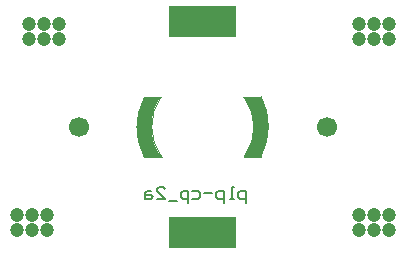
<source format=gbs>
G04*
G04 #@! TF.GenerationSoftware,Altium Limited,Altium Designer,20.1.8 (145)*
G04*
G04 Layer_Color=16711935*
%FSTAX43Y43*%
%MOMM*%
G71*
G04*
G04 #@! TF.SameCoordinates,E683AD83-98AB-4380-AA0D-37E4A2E561CE*
G04*
G04*
G04 #@! TF.FilePolarity,Negative*
G04*
G01*
G75*
%ADD12C,0.100*%
%ADD13C,0.200*%
%ADD25C,1.200*%
%ADD26C,1.700*%
G36*
X0108274Y0105204D02*
X0102574D01*
Y0107804D01*
X0102574Y0107804D01*
X0108274D01*
Y0105204D01*
D02*
G37*
G36*
X0108877Y0100101D02*
X010887D01*
X0108875Y0100104D01*
X0108877Y0100101D01*
D02*
G37*
G36*
X0101692Y0099734D02*
X0101443Y0099228D01*
X0101262Y0098694D01*
X0101152Y0098141D01*
X0101115Y0097579D01*
X0101152Y0097017D01*
X0101262Y0096464D01*
X0101443Y009593D01*
X0101692Y0095424D01*
X0101971Y0095007D01*
X0100499D01*
X0100486Y009501D01*
X0100288Y0095412D01*
X0100056Y0096095D01*
X0099915Y0096802D01*
X0099868Y0097521D01*
X0099915Y0098241D01*
X0100056Y0098948D01*
X0100288Y009963D01*
X0100507Y0100075D01*
X0100508Y0100074D01*
Y0100079D01*
X0101923Y010008D01*
X0101692Y0099734D01*
D02*
G37*
G36*
X0110362Y0100098D02*
X011056Y0099696D01*
X0110792Y0099013D01*
X0110933Y0098306D01*
X011098Y0097587D01*
X0110933Y0096867D01*
X0110792Y009616D01*
X011056Y0095478D01*
X0110341Y0095033D01*
X011034Y0095034D01*
Y0095029D01*
X0108925Y0095028D01*
X0109156Y0095374D01*
X0109405Y009588D01*
X0109586Y0096414D01*
X0109696Y0096967D01*
X0109733Y0097529D01*
X0109696Y0098091D01*
X0109586Y0098644D01*
X0109405Y0099178D01*
X0109156Y0099684D01*
X0108877Y0100101D01*
X0110349D01*
X0110362Y0100098D01*
D02*
G37*
G36*
X0101973Y0095004D02*
X0101971Y0095007D01*
X0101978D01*
X0101973Y0095004D01*
D02*
G37*
G36*
X0108299Y0087304D02*
X0102599D01*
Y0089904D01*
X0102599Y0089904D01*
X0108299D01*
Y0087304D01*
D02*
G37*
D12*
X0101925Y0100078D02*
G03*
X0101978Y0095007I0003499J-0002499D01*
G01*
X0100508Y0100074D02*
G03*
X0100486Y009501I0004872J-0002553D01*
G01*
X0108983Y0095039D02*
G03*
X010893Y010011I-0003499J0002499D01*
G01*
X0110383Y009504D02*
G03*
X0110409Y010011I-0004868J000256D01*
G01*
X0100499Y0095007D02*
X0101978D01*
X0100508Y0100079D02*
X0101924D01*
X0108978Y0095034D02*
X0110394D01*
X010893Y010011D02*
X0110409D01*
D13*
X0109074Y0091096D02*
Y0092095D01*
X0108574D01*
X0108408Y0091929D01*
Y0091596D01*
X0108574Y0091429D01*
X0109074D01*
X0108074D02*
X0107741D01*
X0107908D01*
Y0092429D01*
X0108074D01*
X0107241Y0091096D02*
Y0092095D01*
X0106741D01*
X0106575Y0091929D01*
Y0091596D01*
X0106741Y0091429D01*
X0107241D01*
X0106242Y0091929D02*
X0105575D01*
X0104575Y0092095D02*
X0105075D01*
X0105242Y0091929D01*
Y0091596D01*
X0105075Y0091429D01*
X0104575D01*
X0104242Y0091096D02*
Y0092095D01*
X0103742D01*
X0103576Y0091929D01*
Y0091596D01*
X0103742Y0091429D01*
X0104242D01*
X0103243Y0091262D02*
X0102576D01*
X0101576Y0091429D02*
X0102243D01*
X0101576Y0092095D01*
Y0092262D01*
X0101743Y0092429D01*
X0102076D01*
X0102243Y0092262D01*
X0101077Y0092095D02*
X0100743D01*
X0100577Y0091929D01*
Y0091429D01*
X0101077D01*
X0101243Y0091596D01*
X0101077Y0091762D01*
X0100577D01*
D25*
X0089703Y0088804D02*
D03*
Y0090074D02*
D03*
X0090973Y0088804D02*
D03*
Y0090074D02*
D03*
X0092243Y0088804D02*
D03*
Y0090074D02*
D03*
X0093243Y0106304D02*
D03*
Y0105034D02*
D03*
X0091973Y0106304D02*
D03*
Y0105034D02*
D03*
X0090703Y0106304D02*
D03*
Y0105034D02*
D03*
X0118655Y0088804D02*
D03*
Y0090074D02*
D03*
X0119925Y0088804D02*
D03*
Y0090074D02*
D03*
X0121195Y0088804D02*
D03*
Y0090074D02*
D03*
Y0106304D02*
D03*
Y0105034D02*
D03*
X0119925Y0106304D02*
D03*
Y0105034D02*
D03*
X0118655Y0106304D02*
D03*
Y0105034D02*
D03*
D26*
X0115949Y0097554D02*
D03*
X0094949D02*
D03*
M02*

</source>
